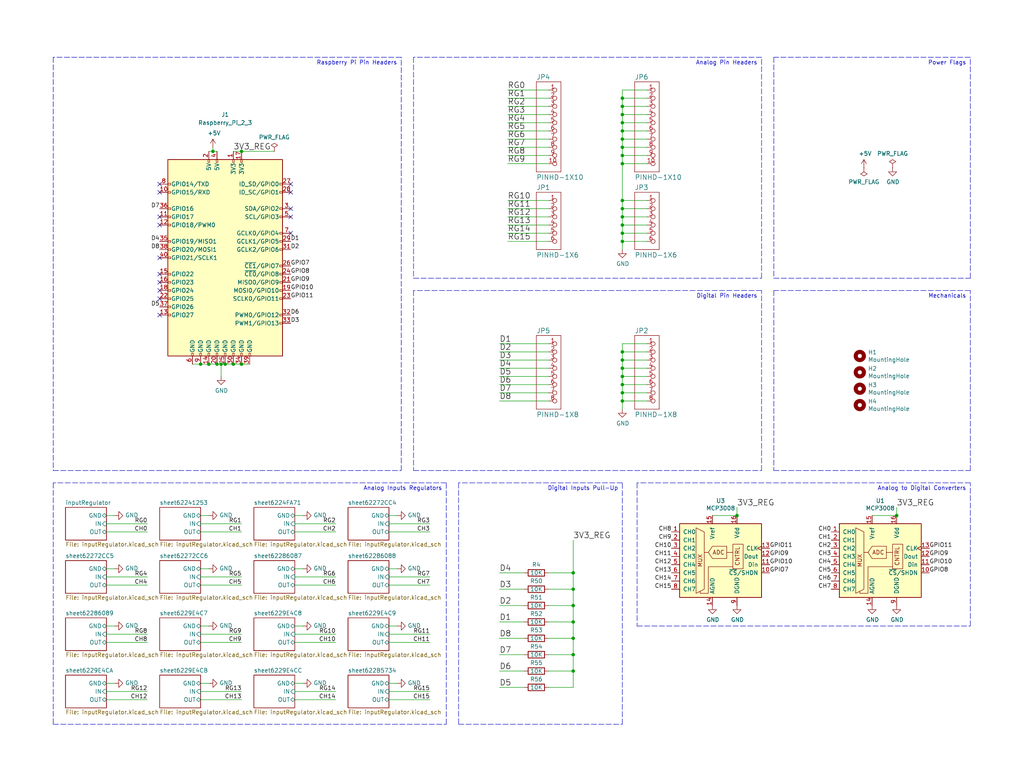
<source format=kicad_sch>
(kicad_sch (version 20230121) (generator eeschema)
  (paper "User" 317.627 242.138)
  (lib_symbols
    (symbol "Amplifier_Operational:LM324" (pin_names (offset 0.127))
      (property "Reference" "U" (at 0 5.08 0))
      (property "Value" "LM324" (at 0 -5.08 0))
      (symbol "LM324_1_1"
        (polyline (pts (xy -5.08 5.08) (xy 5.08 0) (xy -5.08 -5.08) (xy -5.08 5.08)) (stroke (width 0.254)) (fill (type background)))
        (pin output line (at 7.62 0 180) (length 2.54) (name "~") (number "1"))
        (pin input line (at -7.62 -2.54 0) (length 2.54) (name "-") (number "2"))
        (pin input line (at -7.62 2.54 0) (length 2.54) (name "+") (number "3"))
      )
      (symbol "LM324_2_1"
        (polyline (pts (xy -5.08 5.08) (xy 5.08 0) (xy -5.08 -5.08) (xy -5.08 5.08)) (stroke (width 0.254)) (fill (type background)))
        (pin input line (at -7.62 2.54 0) (length 2.54) (name "+") (number "5"))
        (pin input line (at -7.62 -2.54 0) (length 2.54) (name "-") (number "6"))
        (pin output line (at 7.62 0 180) (length 2.54) (name "~") (number "7"))
      )
      (symbol "LM324_3_1"
        (polyline (pts (xy -5.08 5.08) (xy 5.08 0) (xy -5.08 -5.08) (xy -5.08 5.08)) (stroke (width 0.254)) (fill (type background)))
        (pin input line (at -7.62 2.54 0) (length 2.54) (name "+") (number "10"))
        (pin output line (at 7.62 0 180) (length 2.54) (name "~") (number "8"))
        (pin input line (at -7.62 -2.54 0) (length 2.54) (name "-") (number "9"))
      )
      (symbol "LM324_4_1"
        (polyline (pts (xy -5.08 5.08) (xy 5.08 0) (xy -5.08 -5.08) (xy -5.08 5.08)) (stroke (width 0.254)) (fill (type background)))
        (pin input line (at -7.62 2.54 0) (length 2.54) (name "+") (number "12"))
        (pin input line (at -7.62 -2.54 0) (length 2.54) (name "-") (number "13"))
        (pin output line (at 7.62 0 180) (length 2.54) (name "~") (number "14"))
      )
      (symbol "LM324_5_1"
        (pin power_in line (at -2.54 -7.62 90) (length 3.81) (name "V-") (number "11"))
        (pin power_in line (at -2.54 7.62 270) (length 3.81) (name "V+") (number "4"))
      )
    )
    (symbol "Modular Shield:MCP3008" (pin_names (offset 1.016))
      (property "Reference" "U1" (at 0 17.2974 0))
      (property "Value" "MCP3008" (at 0 14.986 0))
      (symbol "MCP3008_0_0"
        (text "ADC" (at -0.635 1.27 0) (effects (font (size 1.27 1.27))))
        (text "CNTRL" (at 5.969 -2.921 900) (effects (font (size 1.27 1.27)) (justify left bottom)))
        (text "MUX" (at -6.35 -1.27 900) (effects (font (size 1.27 1.27))))
      )
      (symbol "MCP3008_0_1"
        (rectangle (start -12.7 10.16) (end 12.7 -12.7) (stroke (width 0.254)) (fill (type background)))
        (polyline (pts (xy -3.81 1.27) (xy -5.08 1.27)))
        (polyline (pts (xy 1.905 1.27) (xy 3.81 1.27)))
        (polyline (pts (xy -7.62 8.89) (xy -7.62 -11.43) (xy -5.08 -10.16) (xy -5.08 7.62) (xy -7.62 8.89)))
        (polyline (pts (xy 3.81 -3.175) (xy -3.81 -3.175) (xy -3.81 -11.43) (xy -6.35 -11.43) (xy -6.35 -10.795)))
        (polyline (pts (xy 1.905 3.175) (xy 1.905 -0.635) (xy -2.54 -0.635) (xy -3.81 1.27) (xy -2.54 3.175) (xy 1.905 3.175)))
        (rectangle (start 3.81 -3.81) (end 6.985 3.81))
      )
      (symbol "MCP3008_1_1"
        (pin input line (at -15.24 7.62 0) (length 2.54) (name "CH0") (number "1"))
        (pin input line (at 15.24 -5.08 180) (length 2.54) (name "~{CS}/SHDN") (number "10"))
        (pin input line (at 15.24 -2.54 180) (length 2.54) (name "Din") (number "11"))
        (pin bidirectional line (at 15.24 0 180) (length 2.54) (name "Dout") (number "12"))
        (pin input clock (at 15.24 2.54 180) (length 2.54) (name "CLK") (number "13"))
        (pin power_in line (at -2.54 -15.24 90) (length 2.54) (name "AGND") (number "14"))
        (pin power_in line (at -2.54 12.7 270) (length 2.54) (name "Vref") (number "15"))
        (pin power_in line (at 5.08 12.7 270) (length 2.54) (name "Vdd") (number "16"))
        (pin input line (at -15.24 5.08 0) (length 2.54) (name "CH1") (number "2"))
        (pin input line (at -15.24 2.54 0) (length 2.54) (name "CH2") (number "3"))
        (pin input line (at -15.24 0 0) (length 2.54) (name "CH3") (number "4"))
        (pin input line (at -15.24 -2.54 0) (length 2.54) (name "CH4") (number "5"))
        (pin input line (at -15.24 -5.08 0) (length 2.54) (name "CH5") (number "6"))
        (pin input line (at -15.24 -7.62 0) (length 2.54) (name "CH6") (number "7"))
        (pin input line (at -15.24 -10.16 0) (length 2.54) (name "CH7") (number "8"))
        (pin power_in line (at 5.08 -15.24 90) (length 2.54) (name "DGND") (number "9"))
      )
    )
    (symbol "Modular Shield:MountingHole" (pin_names (offset 1.016)) (in_bom no)
      (property "Reference" "H" (at 0 5.08 0))
      (property "Value" "MountingHole" (at 0 3.175 0))
      (symbol "MountingHole_0_1"
        (circle (center 0 0) (radius 1.27) (stroke (width 1.27)))
      )
    )
    (symbol "Modular Shield:PINHD-1X10" (pin_names (offset 1.016))
      (property "Reference" "JP" (at -6.35 13.335 0))
      (property "Value" "PINHD-1X10" (at -6.35 -17.78 0))
      (symbol "PINHD-1X10_1_0"
        (polyline (pts (xy -6.35 -15.24) (xy 1.27 -15.24)))
        (polyline (pts (xy -6.35 12.7) (xy -6.35 -15.24)))
        (polyline (pts (xy 1.27 -15.24) (xy 1.27 12.7)))
        (polyline (pts (xy 1.27 12.7) (xy -6.35 12.7)))
        (pin passive inverted (at -2.54 10.16 0) (length 2.54) (name "1") (number "1"))
        (pin passive inverted (at -2.54 -12.7 0) (length 2.54) (name "10") (number "10"))
        (pin passive inverted (at -2.54 7.62 0) (length 2.54) (name "2") (number "2"))
        (pin passive inverted (at -2.54 5.08 0) (length 2.54) (name "3") (number "3"))
        (pin passive inverted (at -2.54 2.54 0) (length 2.54) (name "4") (number "4"))
        (pin passive inverted (at -2.54 0 0) (length 2.54) (name "5") (number "5"))
        (pin passive inverted (at -2.54 -2.54 0) (length 2.54) (name "6") (number "6"))
        (pin passive inverted (at -2.54 -5.08 0) (length 2.54) (name "7") (number "7"))
        (pin passive inverted (at -2.54 -7.62 0) (length 2.54) (name "8") (number "8"))
        (pin passive inverted (at -2.54 -10.16 0) (length 2.54) (name "9") (number "9"))
      )
    )
    (symbol "Modular Shield:PINHD-1X6" (pin_names (offset 1.016))
      (property "Reference" "JP" (at -6.35 10.795 0))
      (property "Value" "PINHD-1X6" (at -6.35 -10.16 0))
      (symbol "PINHD-1X6_1_0"
        (polyline (pts (xy -6.35 -7.62) (xy 1.27 -7.62)))
        (polyline (pts (xy -6.35 10.16) (xy -6.35 -7.62)))
        (polyline (pts (xy 1.27 -7.62) (xy 1.27 10.16)))
        (polyline (pts (xy 1.27 10.16) (xy -6.35 10.16)))
        (pin passive inverted (at -2.54 7.62 0) (length 2.54) (name "1") (number "1"))
        (pin passive inverted (at -2.54 5.08 0) (length 2.54) (name "2") (number "2"))
        (pin passive inverted (at -2.54 2.54 0) (length 2.54) (name "3") (number "3"))
        (pin passive inverted (at -2.54 0 0) (length 2.54) (name "4") (number "4"))
        (pin passive inverted (at -2.54 -2.54 0) (length 2.54) (name "5") (number "5"))
        (pin passive inverted (at -2.54 -5.08 0) (length 2.54) (name "6") (number "6"))
      )
    )
    (symbol "Modular Shield:PINHD-1X8" (pin_names (offset 1.016))
      (property "Reference" "JP" (at -6.35 10.795 0))
      (property "Value" "PINHD-1X8" (at -6.35 -15.24 0))
      (symbol "PINHD-1X8_1_0"
        (polyline (pts (xy -6.35 -12.7) (xy 1.27 -12.7)))
        (polyline (pts (xy -6.35 10.16) (xy -6.35 -12.7)))
        (polyline (pts (xy 1.27 -12.7) (xy 1.27 10.16)))
        (polyline (pts (xy 1.27 10.16) (xy -6.35 10.16)))
        (pin passive inverted (at -2.54 7.62 0) (length 2.54) (name "1") (number "1"))
        (pin passive inverted (at -2.54 5.08 0) (length 2.54) (name "2") (number "2"))
        (pin passive inverted (at -2.54 2.54 0) (length 2.54) (name "3") (number "3"))
        (pin passive inverted (at -2.54 0 0) (length 2.54) (name "4") (number "4"))
        (pin passive inverted (at -2.54 -2.54 0) (length 2.54) (name "5") (number "5"))
        (pin passive inverted (at -2.54 -5.08 0) (length 2.54) (name "6") (number "6"))
        (pin passive inverted (at -2.54 -7.62 0) (length 2.54) (name "7") (number "7"))
        (pin passive inverted (at -2.54 -10.16 0) (length 2.54) (name "8") (number "8"))
      )
    )
    (symbol "Modular Shield:R" (pin_numbers hide) (pin_names (offset 0))
      (property "Reference" "R" (at 2.032 0 90))
      (property "Value" "R" (at 0 0 90))
      (symbol "R_0_1"
        (rectangle (start -1.016 -2.54) (end 1.016 2.54) (stroke (width 0.254)))
      )
      (symbol "R_1_1"
        (pin passive line (at 0 3.81 270) (length 1.27) (name "~") (number "1"))
        (pin passive line (at 0 -3.81 90) (length 1.27) (name "~") (number "2"))
      )
    )
    (symbol "Modular Shield:Raspberry_Pi_Header" (pin_names (offset 1.016))
      (property "Reference" "J" (at -17.78 31.75 0))
      (property "Value" "Raspberry_Pi_Header" (at 10.16 -31.75 0))
      (symbol "Raspberry_Pi_Header_0_1"
        (rectangle (start -17.78 30.48) (end 17.78 -30.48) (stroke (width 0.254)) (fill (type background)))
      )
      (symbol "Raspberry_Pi_Header_1_1"
        (rectangle (start -16.891 -17.526) (end -17.78 -18.034))
        (rectangle (start -16.891 -14.986) (end -17.78 -15.494))
        (rectangle (start -16.891 -12.446) (end -17.78 -12.954))
        (rectangle (start -16.891 -9.906) (end -17.78 -10.414))
        (rectangle (start -16.891 -7.366) (end -17.78 -7.874))
        (rectangle (start -16.891 -4.826) (end -17.78 -5.334))
        (rectangle (start -16.891 0.254) (end -17.78 -0.254))
        (rectangle (start -16.891 2.794) (end -17.78 2.286))
        (rectangle (start -16.891 5.334) (end -17.78 4.826))
        (rectangle (start -16.891 10.414) (end -17.78 9.906))
        (rectangle (start -16.891 12.954) (end -17.78 12.446))
        (rectangle (start -16.891 15.494) (end -17.78 14.986))
        (rectangle (start -16.891 20.574) (end -17.78 20.066))
        (rectangle (start -16.891 23.114) (end -17.78 22.606))
        (rectangle (start -10.414 -29.591) (end -9.906 -30.48))
        (rectangle (start -7.874 -29.591) (end -7.366 -30.48))
        (rectangle (start -5.334 -29.591) (end -4.826 -30.48))
        (rectangle (start -5.334 30.48) (end -4.826 29.591))
        (rectangle (start -2.794 -29.591) (end -2.286 -30.48))
        (rectangle (start -2.794 30.48) (end -2.286 29.591))
        (rectangle (start -0.254 -29.591) (end 0.254 -30.48))
        (rectangle (start 2.286 -29.591) (end 2.794 -30.48))
        (rectangle (start 2.286 30.48) (end 2.794 29.591))
        (rectangle (start 4.826 -29.591) (end 5.334 -30.48))
        (rectangle (start 4.826 30.48) (end 5.334 29.591))
        (rectangle (start 7.366 -29.591) (end 7.874 -30.48))
        (rectangle (start 17.78 -20.066) (end 16.891 -20.574))
        (rectangle (start 17.78 -17.526) (end 16.891 -18.034))
        (rectangle (start 17.78 -12.446) (end 16.891 -12.954))
        (rectangle (start 17.78 -9.906) (end 16.891 -10.414))
        (rectangle (start 17.78 -7.366) (end 16.891 -7.874))
        (rectangle (start 17.78 -4.826) (end 16.891 -5.334))
        (rectangle (start 17.78 -2.286) (end 16.891 -2.794))
        (rectangle (start 17.78 2.794) (end 16.891 2.286))
        (rectangle (start 17.78 5.334) (end 16.891 4.826))
        (rectangle (start 17.78 7.874) (end 16.891 7.366))
        (rectangle (start 17.78 12.954) (end 16.891 12.446))
        (rectangle (start 17.78 15.494) (end 16.891 14.986))
        (rectangle (start 17.78 20.574) (end 16.891 20.066))
        (rectangle (start 17.78 23.114) (end 16.891 22.606))
        (pin power_in line (at 2.54 33.02 270) (length 2.54) (name "3V3") (number "1"))
        (pin bidirectional line (at -20.32 20.32 0) (length 2.54) (name "GPIO15/RXD") (number "10"))
        (pin bidirectional line (at -20.32 12.7 0) (length 2.54) (name "GPIO17") (number "11"))
        (pin bidirectional line (at -20.32 10.16 0) (length 2.54) (name "GPIO18/PWM0") (number "12"))
        (pin bidirectional line (at -20.32 -17.78 0) (length 2.54) (name "GPIO27") (number "13"))
        (pin power_in line (at -5.08 -33.02 90) (length 2.54) (name "GND") (number "14"))
        (pin bidirectional line (at -20.32 -5.08 0) (length 2.54) (name "GPIO22") (number "15"))
        (pin bidirectional line (at -20.32 -7.62 0) (length 2.54) (name "GPIO23") (number "16"))
        (pin power_in line (at 5.08 33.02 270) (length 2.54) (name "3V3") (number "17"))
        (pin bidirectional line (at -20.32 -10.16 0) (length 2.54) (name "GPIO24") (number "18"))
        (pin bidirectional line (at 20.32 -10.16 180) (length 2.54) (name "MOSI0/GPIO10") (number "19"))
        (pin power_in line (at -5.08 33.02 270) (length 2.54) (name "5V") (number "2"))
        (pin power_in line (at -2.54 -33.02 90) (length 2.54) (name "GND") (number "20"))
        (pin bidirectional line (at 20.32 -7.62 180) (length 2.54) (name "MISO0/GPIO9") (number "21"))
        (pin bidirectional line (at -20.32 -12.7 0) (length 2.54) (name "GPIO25") (number "22"))
        (pin bidirectional line (at 20.32 -12.7 180) (length 2.54) (name "SCLK0/GPIO11") (number "23"))
        (pin bidirectional line (at 20.32 -5.08 180) (length 2.54) (name "~{CE0}/GPIO8") (number "24"))
        (pin power_in line (at 0 -33.02 90) (length 2.54) (name "GND") (number "25"))
        (pin bidirectional line (at 20.32 -2.54 180) (length 2.54) (name "~{CE1}/GPIO7") (number "26"))
        (pin bidirectional line (at 20.32 22.86 180) (length 2.54) (name "ID_SD/GPIO0") (number "27"))
        (pin bidirectional line (at 20.32 20.32 180) (length 2.54) (name "ID_SC/GPIO1") (number "28"))
        (pin bidirectional line (at 20.32 5.08 180) (length 2.54) (name "GCLK1/GPIO5") (number "29"))
        (pin bidirectional line (at 20.32 15.24 180) (length 2.54) (name "SDA/GPIO2") (number "3"))
        (pin power_in line (at 2.54 -33.02 90) (length 2.54) (name "GND") (number "30"))
        (pin bidirectional line (at 20.32 2.54 180) (length 2.54) (name "GCLK2/GPIO6") (number "31"))
        (pin bidirectional line (at 20.32 -17.78 180) (length 2.54) (name "PWM0/GPIO12") (number "32"))
        (pin bidirectional line (at 20.32 -20.32 180) (length 2.54) (name "PWM1/GPIO13") (number "33"))
        (pin power_in line (at 5.08 -33.02 90) (length 2.54) (name "GND") (number "34"))
        (pin bidirectional line (at -20.32 5.08 0) (length 2.54) (name "GPIO19/MISO1") (number "35"))
        (pin bidirectional line (at -20.32 15.24 0) (length 2.54) (name "GPIO16") (number "36"))
        (pin bidirectional line (at -20.32 -15.24 0) (length 2.54) (name "GPIO26") (number "37"))
        (pin bidirectional line (at -20.32 2.54 0) (length 2.54) (name "GPIO20/MOSI1") (number "38"))
        (pin power_in line (at 7.62 -33.02 90) (length 2.54) (name "GND") (number "39"))
        (pin power_in line (at -2.54 33.02 270) (length 2.54) (name "5V") (number "4"))
        (pin bidirectional line (at -20.32 0 0) (length 2.54) (name "GPIO21/SCLK1") (number "40"))
        (pin bidirectional line (at 20.32 12.7 180) (length 2.54) (name "SCL/GPIO3") (number "5"))
        (pin power_in line (at -10.16 -33.02 90) (length 2.54) (name "GND") (number "6"))
        (pin bidirectional line (at 20.32 7.62 180) (length 2.54) (name "GCLK0/GPIO4") (number "7"))
        (pin bidirectional line (at -20.32 22.86 0) (length 2.54) (name "GPIO14/TXD") (number "8"))
        (pin power_in line (at -7.62 -33.02 90) (length 2.54) (name "GND") (number "9"))
      )
    )
    (symbol "power:+5V" (power) (pin_names (offset 0))
      (property "Value" "+5V" (at 0 3.556 0))
      (symbol "+5V_0_1"
        (polyline (pts (xy -0.762 1.27) (xy 0 2.54)))
        (polyline (pts (xy 0 0) (xy 0 2.54)))
        (polyline (pts (xy 0 2.54) (xy 0.762 1.27)))
      )
      (symbol "+5V_1_1"
        (pin power_in line (at 0 0 90) (length 0) hide (name "+5V") (number "1"))
      )
    )
    (symbol "power:GND" (power) (pin_names (offset 0))
      (property "Value" "GND" (at 0 -3.81 0))
      (symbol "GND_0_1"
        (polyline (pts (xy 0 0) (xy 0 -1.27) (xy 1.27 -1.27) (xy 0 -2.54) (xy -1.27 -1.27) (xy 0 -1.27)))
      )
      (symbol "GND_1_1"
        (pin power_in line (at 0 0 270) (length 0) hide (name "GND") (number "1"))
      )
    )
    (symbol "power:PWR_FLAG" (power) (pin_numbers hide) (pin_names (offset 0) hide)
      (property "Value" "PWR_FLAG" (at 0 3.81 0))
      (symbol "PWR_FLAG_0_0"
        (pin power_out line (at 0 0 90) (length 0) (name "pwr") (number "1"))
      )
      (symbol "PWR_FLAG_0_1"
        (polyline (pts (xy 0 0) (xy 0 1.27) (xy -1.016 1.905) (xy 0 2.54) (xy 1.016 1.905) (xy 0 1.27)))
      )
    )
  )
  (junction (at 69.85 113.03))
  (junction (at 74.93 46.99))
  (junction (at 62.23 113.03))
  (junction (at 193.04 74.93))
  (junction (at 64.77 113.03))
  (junction (at 193.04 72.39))
  (junction (at 67.31 113.03))
  (junction (at 193.04 35.56))
  (junction (at 193.04 67.31))
  (junction (at 193.04 30.48))
  (junction (at 193.04 69.85))
  (junction (at 193.04 40.64))
  (junction (at 66.04 46.99))
  (junction (at 72.39 113.03))
  (junction (at 177.8 193.04))
  (junction (at 193.04 109.22))
  (junction (at 68.58 113.03))
  (junction (at 74.93 113.03))
  (junction (at 228.6 160.02))
  (junction (at 177.8 177.8))
  (junction (at 193.04 111.76))
  (junction (at 193.04 43.18))
  (junction (at 177.8 187.96))
  (junction (at 177.8 203.2))
  (junction (at 177.8 208.28))
  (junction (at 193.04 38.1))
  (junction (at 193.04 64.77))
  (junction (at 193.04 48.26))
  (junction (at 278.13 160.02))
  (junction (at 177.8 198.12))
  (junction (at 193.04 119.38))
  (junction (at 193.04 121.92))
  (junction (at 193.04 124.46))
  (junction (at 193.04 33.02))
  (junction (at 193.04 45.72))
  (junction (at 193.04 114.3))
  (junction (at 193.04 62.23))
  (junction (at 193.04 50.8))
  (junction (at 177.8 182.88))
  (junction (at 193.04 116.84))
  (no_connect (at 90.17 59.69))
  (no_connect (at 49.53 67.31))
  (no_connect (at 90.17 72.39))
  (no_connect (at 49.53 90.17))
  (no_connect (at 49.53 85.09))
  (no_connect (at 49.53 92.71))
  (no_connect (at 90.17 64.77))
  (no_connect (at 49.53 80.01))
  (no_connect (at 49.53 87.63))
  (no_connect (at 49.53 97.79))
  (no_connect (at 49.53 69.85))
  (no_connect (at 90.17 67.31))
  (no_connect (at 49.53 59.69))
  (no_connect (at 49.53 57.15))
  (no_connect (at 90.17 57.15))
  (wire (pts (xy 170.18 45.72) (xy 157.48 45.72)))
  (wire (pts (xy 67.31 113.03) (xy 64.77 113.03)))
  (wire (pts (xy 170.18 109.22) (xy 154.94 109.22)))
  (wire (pts (xy 200.66 69.85) (xy 193.04 69.85)))
  (polyline (pts (xy 240.03 146.05) (xy 300.99 146.05)) (stroke (width 0) (type dash)))
  (polyline (pts (xy 197.612 194.31) (xy 300.99 194.31)) (stroke (width 0) (type dash)))
  (polyline (pts (xy 128.27 86.36) (xy 236.22 86.36)) (stroke (width 0) (type dash)))
  (wire (pts (xy 193.04 106.68) (xy 193.04 109.22)))
  (wire (pts (xy 200.66 114.3) (xy 193.04 114.3)))
  (wire (pts (xy 91.44 217.17) (xy 104.14 217.17)))
  (wire (pts (xy 66.04 46.99) (xy 67.31 46.99)))
  (wire (pts (xy 193.04 72.39) (xy 193.04 69.85)))
  (wire (pts (xy 162.56 208.28) (xy 154.94 208.28)))
  (wire (pts (xy 162.56 182.88) (xy 154.94 182.88)))
  (wire (pts (xy 200.66 27.94) (xy 193.04 27.94)))
  (wire (pts (xy 193.04 116.84) (xy 193.04 119.38)))
  (polyline (pts (xy 240.03 17.78) (xy 240.03 86.36)) (stroke (width 0) (type dash)))
  (wire (pts (xy 193.04 67.31) (xy 193.04 64.77)))
  (wire (pts (xy 193.04 43.18) (xy 193.04 40.64)))
  (wire (pts (xy 177.8 198.12) (xy 177.8 203.2)))
  (wire (pts (xy 170.18 35.56) (xy 157.48 35.56)))
  (wire (pts (xy 120.65 165.1) (xy 133.35 165.1)))
  (wire (pts (xy 170.18 69.85) (xy 157.48 69.85)))
  (wire (pts (xy 170.18 38.1) (xy 157.48 38.1)))
  (wire (pts (xy 120.65 217.17) (xy 133.35 217.17)))
  (polyline (pts (xy 124.46 146.05) (xy 124.46 17.78)) (stroke (width 0) (type dash)))
  (wire (pts (xy 177.8 182.88) (xy 177.8 187.96)))
  (polyline (pts (xy 197.612 149.86) (xy 197.612 194.31)) (stroke (width 0) (type dash)))
  (wire (pts (xy 200.66 30.48) (xy 193.04 30.48)))
  (wire (pts (xy 33.02 162.56) (xy 45.72 162.56)))
  (wire (pts (xy 162.56 177.8) (xy 154.94 177.8)))
  (polyline (pts (xy 300.99 149.86) (xy 197.612 149.86)) (stroke (width 0) (type dash)))
  (wire (pts (xy 200.66 45.72) (xy 193.04 45.72)))
  (wire (pts (xy 170.18 203.2) (xy 177.8 203.2)))
  (wire (pts (xy 93.98 176.53) (xy 91.44 176.53)))
  (polyline (pts (xy 236.22 90.17) (xy 128.27 90.17)) (stroke (width 0) (type dash)))
  (polyline (pts (xy 128.27 17.78) (xy 128.27 86.36)) (stroke (width 0) (type dash)))
  (wire (pts (xy 120.65 179.07) (xy 133.35 179.07)))
  (wire (pts (xy 33.02 199.39) (xy 45.72 199.39)))
  (wire (pts (xy 64.77 160.02) (xy 62.23 160.02)))
  (wire (pts (xy 72.39 113.03) (xy 69.85 113.03)))
  (wire (pts (xy 62.23 196.85) (xy 74.93 196.85)))
  (wire (pts (xy 72.39 46.99) (xy 74.93 46.99)))
  (wire (pts (xy 193.04 124.46) (xy 193.04 127)))
  (polyline (pts (xy 16.51 149.86) (xy 16.51 224.79)) (stroke (width 0) (type dash)))
  (wire (pts (xy 123.19 212.09) (xy 120.65 212.09)))
  (polyline (pts (xy 16.51 17.78) (xy 16.51 146.05)) (stroke (width 0) (type dash)))
  (wire (pts (xy 193.04 114.3) (xy 193.04 116.84)))
  (wire (pts (xy 200.66 40.64) (xy 193.04 40.64)))
  (polyline (pts (xy 142.24 149.86) (xy 142.24 224.79)) (stroke (width 0) (type dash)))
  (wire (pts (xy 200.66 50.8) (xy 193.04 50.8)))
  (wire (pts (xy 64.77 212.09) (xy 62.23 212.09)))
  (wire (pts (xy 200.66 74.93) (xy 193.04 74.93)))
  (wire (pts (xy 162.56 203.2) (xy 154.94 203.2)))
  (wire (pts (xy 170.18 177.8) (xy 177.8 177.8)))
  (wire (pts (xy 200.66 38.1) (xy 193.04 38.1)))
  (wire (pts (xy 177.8 203.2) (xy 177.8 208.28)))
  (wire (pts (xy 193.04 74.93) (xy 193.04 72.39)))
  (wire (pts (xy 170.18 114.3) (xy 154.94 114.3)))
  (wire (pts (xy 33.02 181.61) (xy 45.72 181.61)))
  (wire (pts (xy 200.66 64.77) (xy 193.04 64.77)))
  (wire (pts (xy 200.66 116.84) (xy 193.04 116.84)))
  (polyline (pts (xy 138.43 224.79) (xy 138.43 149.86)) (stroke (width 0) (type dash)))
  (wire (pts (xy 64.77 113.03) (xy 62.23 113.03)))
  (wire (pts (xy 170.18 33.02) (xy 157.48 33.02)))
  (wire (pts (xy 120.65 162.56) (xy 133.35 162.56)))
  (wire (pts (xy 193.04 45.72) (xy 193.04 43.18)))
  (wire (pts (xy 123.19 194.31) (xy 120.65 194.31)))
  (wire (pts (xy 170.18 187.96) (xy 177.8 187.96)))
  (wire (pts (xy 170.18 74.93) (xy 157.48 74.93)))
  (wire (pts (xy 278.13 160.02) (xy 278.13 157.48)))
  (wire (pts (xy 193.04 69.85) (xy 193.04 67.31)))
  (polyline (pts (xy 300.99 146.05) (xy 300.99 90.17)) (stroke (width 0) (type dash)))
  (wire (pts (xy 91.44 181.61) (xy 104.14 181.61)))
  (wire (pts (xy 193.04 35.56) (xy 193.04 33.02)))
  (polyline (pts (xy 193.04 224.79) (xy 193.04 149.86)) (stroke (width 0) (type dash)))
  (wire (pts (xy 170.18 121.92) (xy 154.94 121.92)))
  (polyline (pts (xy 300.99 86.36) (xy 300.99 17.78)) (stroke (width 0) (type dash)))
  (wire (pts (xy 193.04 64.77) (xy 193.04 62.23)))
  (polyline (pts (xy 193.04 149.86) (xy 142.24 149.86)) (stroke (width 0) (type dash)))
  (wire (pts (xy 69.85 113.03) (xy 68.58 113.03)))
  (wire (pts (xy 193.04 50.8) (xy 193.04 62.23)))
  (wire (pts (xy 170.18 208.28) (xy 177.8 208.28)))
  (polyline (pts (xy 300.99 90.17) (xy 240.03 90.17)) (stroke (width 0) (type dash)))
  (wire (pts (xy 177.8 208.28) (xy 177.8 213.36)))
  (polyline (pts (xy 236.22 146.05) (xy 236.22 90.17)) (stroke (width 0) (type dash)))
  (polyline (pts (xy 138.43 149.86) (xy 16.51 149.86)) (stroke (width 0) (type dash)))
  (polyline (pts (xy 16.51 146.05) (xy 124.46 146.05)) (stroke (width 0) (type dash)))
  (wire (pts (xy 62.23 181.61) (xy 74.93 181.61)))
  (polyline (pts (xy 16.51 224.79) (xy 138.43 224.79)) (stroke (width 0) (type dash)))
  (wire (pts (xy 170.18 43.18) (xy 157.48 43.18)))
  (wire (pts (xy 170.18 198.12) (xy 177.8 198.12)))
  (wire (pts (xy 177.8 187.96) (xy 177.8 193.04)))
  (wire (pts (xy 33.02 214.63) (xy 45.72 214.63)))
  (wire (pts (xy 200.66 35.56) (xy 193.04 35.56)))
  (wire (pts (xy 93.98 160.02) (xy 91.44 160.02)))
  (wire (pts (xy 170.18 106.68) (xy 154.94 106.68)))
  (wire (pts (xy 35.56 194.31) (xy 33.02 194.31)))
  (wire (pts (xy 62.23 179.07) (xy 74.93 179.07)))
  (wire (pts (xy 193.04 30.48) (xy 193.04 27.94)))
  (wire (pts (xy 35.56 160.02) (xy 33.02 160.02)))
  (wire (pts (xy 170.18 116.84) (xy 154.94 116.84)))
  (wire (pts (xy 123.19 176.53) (xy 120.65 176.53)))
  (wire (pts (xy 162.56 213.36) (xy 154.94 213.36)))
  (wire (pts (xy 193.04 33.02) (xy 193.04 30.48)))
  (wire (pts (xy 66.04 45.72) (xy 66.04 46.99)))
  (wire (pts (xy 170.18 64.77) (xy 157.48 64.77)))
  (wire (pts (xy 170.18 48.26) (xy 157.48 48.26)))
  (wire (pts (xy 200.66 124.46) (xy 193.04 124.46)))
  (wire (pts (xy 170.18 124.46) (xy 154.94 124.46)))
  (wire (pts (xy 200.66 33.02) (xy 193.04 33.02)))
  (wire (pts (xy 170.18 72.39) (xy 157.48 72.39)))
  (wire (pts (xy 162.56 193.04) (xy 154.94 193.04)))
  (polyline (pts (xy 128.27 146.05) (xy 236.22 146.05)) (stroke (width 0) (type dash)))
  (wire (pts (xy 170.18 182.88) (xy 177.8 182.88)))
  (wire (pts (xy 162.56 187.96) (xy 154.94 187.96)))
  (wire (pts (xy 177.8 177.8) (xy 177.8 167.64)))
  (wire (pts (xy 93.98 212.09) (xy 91.44 212.09)))
  (wire (pts (xy 91.44 214.63) (xy 104.14 214.63)))
  (wire (pts (xy 193.04 121.92) (xy 193.04 124.46)))
  (wire (pts (xy 62.23 217.17) (xy 74.93 217.17)))
  (wire (pts (xy 123.19 160.02) (xy 120.65 160.02)))
  (wire (pts (xy 193.04 38.1) (xy 193.04 35.56)))
  (wire (pts (xy 170.18 27.94) (xy 157.48 27.94)))
  (wire (pts (xy 177.8 213.36) (xy 170.18 213.36)))
  (polyline (pts (xy 240.03 90.17) (xy 240.03 146.05)) (stroke (width 0) (type dash)))
  (wire (pts (xy 170.18 50.8) (xy 157.48 50.8)))
  (wire (pts (xy 33.02 179.07) (xy 45.72 179.07)))
  (wire (pts (xy 74.93 113.03) (xy 72.39 113.03)))
  (wire (pts (xy 91.44 162.56) (xy 104.14 162.56)))
  (wire (pts (xy 200.66 121.92) (xy 193.04 121.92)))
  (wire (pts (xy 270.51 160.02) (xy 278.13 160.02)))
  (wire (pts (xy 200.66 119.38) (xy 193.04 119.38)))
  (wire (pts (xy 91.44 179.07) (xy 104.14 179.07)))
  (wire (pts (xy 170.18 193.04) (xy 177.8 193.04)))
  (polyline (pts (xy 124.46 17.78) (xy 16.51 17.78)) (stroke (width 0) (type dash)))
  (wire (pts (xy 35.56 176.53) (xy 33.02 176.53)))
  (wire (pts (xy 68.58 113.03) (xy 67.31 113.03)))
  (wire (pts (xy 170.18 119.38) (xy 154.94 119.38)))
  (wire (pts (xy 91.44 196.85) (xy 104.14 196.85)))
  (wire (pts (xy 220.98 160.02) (xy 228.6 160.02)))
  (wire (pts (xy 193.04 48.26) (xy 193.04 45.72)))
  (polyline (pts (xy 300.99 17.78) (xy 240.03 17.78)) (stroke (width 0) (type dash)))
  (wire (pts (xy 177.8 193.04) (xy 177.8 198.12)))
  (wire (pts (xy 91.44 165.1) (xy 104.14 165.1)))
  (polyline (pts (xy 236.22 86.36) (xy 236.22 17.78)) (stroke (width 0) (type dash)))
  (wire (pts (xy 68.58 116.84) (xy 68.58 113.03)))
  (wire (pts (xy 35.56 212.09) (xy 33.02 212.09)))
  (wire (pts (xy 64.77 194.31) (xy 62.23 194.31)))
  (wire (pts (xy 193.04 74.93) (xy 193.04 77.47)))
  (wire (pts (xy 193.04 111.76) (xy 193.04 114.3)))
  (wire (pts (xy 62.23 214.63) (xy 74.93 214.63)))
  (wire (pts (xy 177.8 177.8) (xy 177.8 182.88)))
  (wire (pts (xy 62.23 162.56) (xy 74.93 162.56)))
  (wire (pts (xy 170.18 67.31) (xy 157.48 67.31)))
  (wire (pts (xy 200.66 67.31) (xy 193.04 67.31)))
  (wire (pts (xy 120.65 196.85) (xy 133.35 196.85)))
  (wire (pts (xy 170.18 62.23) (xy 157.48 62.23)))
  (wire (pts (xy 62.23 199.39) (xy 74.93 199.39)))
  (wire (pts (xy 200.66 72.39) (xy 193.04 72.39)))
  (wire (pts (xy 193.04 119.38) (xy 193.04 121.92)))
  (wire (pts (xy 64.77 176.53) (xy 62.23 176.53)))
  (wire (pts (xy 93.98 194.31) (xy 91.44 194.31)))
  (wire (pts (xy 62.23 113.03) (xy 59.69 113.03)))
  (wire (pts (xy 62.23 165.1) (xy 74.93 165.1)))
  (wire (pts (xy 200.66 62.23) (xy 193.04 62.23)))
  (wire (pts (xy 77.47 113.03) (xy 74.93 113.03)))
  (wire (pts (xy 120.65 181.61) (xy 133.35 181.61)))
  (wire (pts (xy 200.66 111.76) (xy 193.04 111.76)))
  (wire (pts (xy 33.02 217.17) (xy 45.72 217.17)))
  (wire (pts (xy 200.66 48.26) (xy 193.04 48.26)))
  (wire (pts (xy 170.18 40.64) (xy 157.48 40.64)))
  (wire (pts (xy 33.02 165.1) (xy 45.72 165.1)))
  (wire (pts (xy 120.65 199.39) (xy 133.35 199.39)))
  (polyline (pts (xy 142.24 224.79) (xy 193.04 224.79)) (stroke (width 0) (type dash)))
  (polyline (pts (xy 236.22 17.78) (xy 128.27 17.78)) (stroke (width 0) (type dash)))
  (wire (pts (xy 200.66 109.22) (xy 193.04 109.22)))
  (wire (pts (xy 91.44 199.39) (xy 104.14 199.39)))
  (wire (pts (xy 200.66 106.68) (xy 193.04 106.68)))
  (wire (pts (xy 228.6 160.02) (xy 228.6 157.48)))
  (polyline (pts (xy 240.03 86.36) (xy 300.99 86.36)) (stroke (width 0) (type dash)))
  (wire (pts (xy 74.93 46.99) (xy 85.09 46.99)))
  (wire (pts (xy 170.18 111.76) (xy 154.94 111.76)))
  (wire (pts (xy 64.77 46.99) (xy 66.04 46.99)))
  (wire (pts (xy 193.04 109.22) (xy 193.04 111.76)))
  (wire (pts (xy 170.18 30.48) (xy 157.48 30.48)))
  (wire (pts (xy 120.65 214.63) (xy 133.35 214.63)))
  (polyline (pts (xy 300.99 194.31) (xy 300.99 149.86)) (stroke (width 0) (type dash)))
  (wire (pts (xy 33.02 196.85) (xy 45.72 196.85)))
  (wire (pts (xy 162.56 198.12) (xy 154.94 198.12)))
  (wire (pts (xy 200.66 43.18) (xy 193.04 43.18)))
  (polyline (pts (xy 128.27 90.17) (xy 128.27 146.05)) (stroke (width 0) (type dash)))
  (wire (pts (xy 193.04 50.8) (xy 193.04 48.26)))
  (wire (pts (xy 193.04 40.64) (xy 193.04 38.1)))
  (text "Digital Inputs Pull-Up" (at 191.77 152.4 0) (effects (font (size 1.27 1.27)) (justify right bottom)))
  (text "Raspberry Pi Pin Headers" (at 123.19 20.32 0) (effects (font (size 1.27 1.27)) (justify right bottom)))
  (text "Mechanicals" (at 299.72 92.71 0) (effects (font (size 1.27 1.27)) (justify right bottom)))
  (text "Analog Inputs Regulators" (at 137.16 152.4 0) (effects (font (size 1.27 1.27)) (justify right bottom)))
  (text "Digital Pin Headers" (at 234.95 92.71 0) (effects (font (size 1.27 1.27)) (justify right bottom)))
  (text "Analog Pin Headers" (at 234.95 20.32 0) (effects (font (size 1.27 1.27)) (justify right bottom)))
  (text "Analog to Digital Converters" (at 299.72 152.4 0) (effects (font (size 1.27 1.27)) (justify right bottom)))
  (text "Power Flags" (at 299.72 20.32 0) (effects (font (size 1.27 1.27)) (justify right bottom)))
  (label "D2" (at 154.94 109.22 0) (effects (font (size 1.778 1.778))))
  (label "CH12" (at 208.28 175.26 180))
  (label "RG11" (at 157.48 64.77 0) (effects (font (size 1.778 1.778))))
  (label "D6" (at 154.94 208.28 0) (effects (font (size 1.778 1.778))))
  (label "RG14" (at 157.48 72.39 0) (effects (font (size 1.778 1.778))))
  (label "CH15" (at 208.28 182.88 180))
  (label "RG10" (at 157.48 62.23 0) (effects (font (size 1.778 1.778))))
  (label "CH14" (at 208.28 180.34 180))
  (label "GPIO7" (at 238.76 177.8 0))
  (label "GPIO8" (at 90.17 85.09 0))
  (label "3V3_REG" (at 228.6 157.48 0) (effects (font (size 1.778 1.778))))
  (label "RG4" (at 157.48 38.1 0) (effects (font (size 1.778 1.778))))
  (label "CH9" (at 74.93 199.39 180))
  (label "D4" (at 49.53 74.93 180))
  (label "RG6" (at 104.14 179.07 180))
  (label "RG0" (at 157.48 27.94 0) (effects (font (size 1.778 1.778))))
  (label "CH13" (at 74.93 217.17 180))
  (label "D4" (at 154.94 114.3 0) (effects (font (size 1.778 1.778))))
  (label "D7" (at 49.53 64.77 180))
  (label "GPIO11" (at 90.17 92.71 0))
  (label "RG11" (at 133.35 196.85 180))
  (label "RG5" (at 157.48 40.64 0) (effects (font (size 1.778 1.778))))
  (label "GPIO9" (at 238.76 172.72 0))
  (label "GPIO11" (at 238.76 170.18 0))
  (label "CH7" (at 257.81 182.88 180))
  (label "RG9" (at 74.93 196.85 180))
  (label "CH0" (at 45.72 165.1 180))
  (label "RG3" (at 133.35 162.56 180))
  (label "GPIO11" (at 288.29 170.18 0))
  (label "RG15" (at 157.48 74.93 0) (effects (font (size 1.778 1.778))))
  (label "CH10" (at 208.28 170.18 180))
  (label "GPIO9" (at 90.17 87.63 0))
  (label "CH1" (at 74.93 165.1 180))
  (label "CH2" (at 104.14 165.1 180))
  (label "RG8" (at 45.72 196.85 180))
  (label "D3" (at 154.94 111.76 0) (effects (font (size 1.778 1.778))))
  (label "D1" (at 154.94 193.04 0) (effects (font (size 1.778 1.778))))
  (label "CH4" (at 45.72 181.61 180))
  (label "D2" (at 154.94 187.96 0) (effects (font (size 1.778 1.778))))
  (label "RG13" (at 74.93 214.63 180))
  (label "CH8" (at 208.28 165.1 180))
  (label "D4" (at 154.94 177.8 0) (effects (font (size 1.778 1.778))))
  (label "RG7" (at 133.35 179.07 180))
  (label "D8" (at 49.53 77.47 180))
  (label "D3" (at 154.94 182.88 0) (effects (font (size 1.778 1.778))))
  (label "D5" (at 49.53 95.25 180))
  (label "CH5" (at 257.81 177.8 180))
  (label "RG6" (at 157.48 43.18 0) (effects (font (size 1.778 1.778))))
  (label "CH15" (at 133.35 217.17 180))
  (label "GPIO8" (at 288.29 177.8 0))
  (label "RG1" (at 157.48 30.48 0) (effects (font (size 1.778 1.778))))
  (label "RG2" (at 157.48 33.02 0) (effects (font (size 1.778 1.778))))
  (label "RG15" (at 133.35 214.63 180))
  (label "D5" (at 154.94 116.84 0) (effects (font (size 1.778 1.778))))
  (label "CH12" (at 45.72 217.17 180))
  (label "D8" (at 154.94 198.12 0) (effects (font (size 1.778 1.778))))
  (label "D8" (at 154.94 124.46 0) (effects (font (size 1.778 1.778))))
  (label "RG1" (at 74.93 162.56 180))
  (label "CH3" (at 133.35 165.1 180))
  (label "D1" (at 90.17 74.93 0))
  (label "RG10" (at 104.14 196.85 180))
  (label "D3" (at 90.17 100.33 0))
  (label "CH10" (at 104.14 199.39 180))
  (label "CH6" (at 104.14 181.61 180))
  (label "RG14" (at 104.14 214.63 180))
  (label "3V3_REG" (at 72.39 46.99 0) (effects (font (size 1.778 1.778))))
  (label "GPIO10" (at 238.76 175.26 0))
  (label "CH7" (at 133.35 181.61 180))
  (label "CH3" (at 257.81 172.72 180))
  (label "GPIO10" (at 90.17 90.17 0))
  (label "RG12" (at 45.72 214.63 180))
  (label "CH1" (at 257.81 167.64 180))
  (label "RG2" (at 104.14 162.56 180))
  (label "GPIO9" (at 288.29 172.72 0))
  (label "GPIO7" (at 90.17 82.55 0))
  (label "D7" (at 154.94 121.92 0) (effects (font (size 1.778 1.778))))
  (label "RG13" (at 157.48 69.85 0) (effects (font (size 1.778 1.778))))
  (label "RG3" (at 157.48 35.56 0) (effects (font (size 1.778 1.778))))
  (label "CH2" (at 257.81 170.18 180))
  (label "CH13" (at 208.28 177.8 180))
  (label "CH0" (at 257.81 165.1 180))
  (label "CH14" (at 104.14 217.17 180))
  (label "CH11" (at 208.28 172.72 180))
  (label "RG9" (at 157.48 50.8 0) (effects (font (size 1.778 1.778))))
  (label "D7" (at 154.94 203.2 0) (effects (font (size 1.778 1.778))))
  (label "D1" (at 154.94 106.68 0) (effects (font (size 1.778 1.778))))
  (label "RG12" (at 157.48 67.31 0) (effects (font (size 1.778 1.778))))
  (label "CH8" (at 45.72 199.39 180))
  (label "3V3_REG" (at 177.8 167.64 0) (effects (font (size 1.778 1.778))))
  (label "RG4" (at 45.72 179.07 180))
  (label "3V3_REG" (at 278.13 157.48 0) (effects (font (size 1.778 1.778))))
  (label "RG8" (at 157.48 48.26 0) (effects (font (size 1.778 1.778))))
  (label "CH11" (at 133.35 199.39 180))
  (label "D5" (at 154.94 213.36 0) (effects (font (size 1.778 1.778))))
  (label "CH5" (at 74.93 181.61 180))
  (label "CH4" (at 257.81 175.26 180))
  (label "RG7" (at 157.48 45.72 0) (effects (font (size 1.778 1.778))))
  (label "D6" (at 154.94 119.38 0) (effects (font (size 1.778 1.778))))
  (label "D6" (at 90.17 97.79 0))
  (label "D2" (at 90.17 77.47 0))
  (label "GPIO10" (at 288.29 175.26 0))
  (label "RG0" (at 45.72 162.56 180))
  (label "RG5" (at 74.93 179.07 180))
  (label "CH6" (at 257.81 180.34 180))
  (label "CH9" (at 208.28 167.64 180))
  (symbol (lib_id "Modular Shield:PINHD-1X10") (at 172.72 38.1 0) (unit 1) (in_bom no)
    (property "Reference" "JP4" (at 166.37 24.765 0) (effects (font (size 1.4986 1.4986)) (justify left bottom)))
    (property "Value" "PINHD-1X10" (at 166.37 55.88 0) (effects (font (size 1.4986 1.4986)) (justify left bottom)))
    (property "Footprint" "Modular Shield:1X10-BIG" (effects hide))
  )
  (symbol (lib_id "Modular Shield:PINHD-1X6") (at 203.2 69.85 0) (unit 1) (in_bom no)
    (property "Reference" "JP3" (at 196.85 59.055 0) (effects (font (size 1.4986 1.4986)) (justify left bottom)))
    (property "Value" "PINHD-1X6" (at 196.85 80.01 0) (effects (font (size 1.4986 1.4986)) (justify left bottom)))
    (property "Footprint" "Modular Shield:1X06-BIG" (effects hide))
  )
  (symbol (lib_id "Modular Shield:MountingHole") (at 266.7 110.49 0) (unit 1) (in_bom no)
    (property "Reference" "H1" (at 269.24 109.3216 0) (effects (justify left)))
    (property "Value" "MountingHole" (at 269.24 111.633 0) (effects (justify left)))
    (property "Footprint" "Modular Shield:MountingHole_2.7mm_M2.5" (effects hide))
  )
  (symbol (lib_id "Modular Shield:MountingHole") (at 266.7 115.57 0) (unit 1) (in_bom no)
    (property "Reference" "H2" (at 269.24 114.4016 0) (effects (justify left)))
    (property "Value" "MountingHole" (at 269.24 116.713 0) (effects (justify left)))
    (property "Footprint" "Modular Shield:MountingHole_2.7mm_M2.5" (effects hide))
  )
  (symbol (lib_id "Modular Shield:MountingHole") (at 266.7 120.65 0) (unit 1) (in_bom no)
    (property "Reference" "H3" (at 269.24 119.4816 0) (effects (justify left)))
    (property "Value" "MountingHole" (at 269.24 121.793 0) (effects (justify left)))
    (property "Footprint" "Modular Shield:MountingHole_2.7mm_M2.5" (effects hide))
  )
  (symbol (lib_id "Modular Shield:MountingHole") (at 266.7 125.73 0) (unit 1) (in_bom no)
    (property "Reference" "H4" (at 269.24 124.5616 0) (effects (justify left)))
    (property "Value" "MountingHole" (at 269.24 126.873 0) (effects (justify left)))
    (property "Footprint" "Modular Shield:MountingHole_2.7mm_M2.5" (effects hide))
  )
  (symbol (lib_id "Modular Shield:R") (at 166.37 177.8 90) (unit 1)
    (property "Reference" "R4" (at 166.37 175.26 90))
    (property "Value" "10K" (at 166.37 177.8 90))
    (property "Footprint" "Modular Shield:R_0603_1608Metric" (effects hide))
    (property "LCSC" "C25804" (effects hide))
  )
  (symbol (lib_id "Modular Shield:R") (at 166.37 182.88 90) (unit 1)
    (property "Reference" "R50" (at 166.37 180.34 90))
    (property "Value" "10K" (at 166.37 182.88 90))
    (property "Footprint" "Modular Shield:R_0603_1608Metric" (effects hide))
    (property "LCSC" "C25804" (effects hide))
  )
  (symbol (lib_id "Modular Shield:R") (at 166.37 187.96 90) (unit 1)
    (property "Reference" "R51" (at 166.37 185.42 90))
    (property "Value" "10K" (at 166.37 187.96 90))
    (property "Footprint" "Modular Shield:R_0603_1608Metric" (effects hide))
    (property "LCSC" "C25804" (effects hide))
  )
  (symbol (lib_id "Modular Shield:R") (at 166.37 193.04 90) (unit 1)
    (property "Reference" "R52" (at 166.37 190.5 90))
    (property "Value" "10K" (at 166.37 193.04 90))
    (property "Footprint" "Modular Shield:R_0603_1608Metric" (effects hide))
    (property "LCSC" "C25804" (effects hide))
  )
  (symbol (lib_id "Modular Shield:R") (at 166.37 198.12 90) (unit 1)
    (property "Reference" "R53" (at 166.37 195.58 90))
    (property "Value" "10K" (at 166.37 198.12 90))
    (property "Footprint" "Modular Shield:R_0603_1608Metric" (effects hide))
    (property "LCSC" "C25804" (effects hide))
  )
  (symbol (lib_id "Modular Shield:R") (at 166.37 203.2 90) (unit 1)
    (property "Reference" "R54" (at 166.37 200.66 90))
    (property "Value" "10K" (at 166.37 203.2 90))
    (property "Footprint" "Modular Shield:R_0603_1608Metric" (effects hide))
    (property "LCSC" "C25804" (effects hide))
  )
  (symbol (lib_id "Modular Shield:R") (at 166.37 208.28 90) (unit 1)
    (property "Reference" "R55" (at 166.37 205.74 90))
    (property "Value" "10K" (at 166.37 208.28 90))
    (property "Footprint" "Modular Shield:R_0603_1608Metric" (effects hide))
    (property "LCSC" "C25804" (effects hide))
  )
  (symbol (lib_id "Modular Shield:MCP3008") (at 273.05 172.72 0) (unit 1)
    (property "Reference" "U1" (at 273.05 155.4226 0))
    (property "Value" "MCP3008" (at 273.05 157.734 0))
    (property "Footprint" "Modular Shield:MCP3008 SOIC16" (effects hide))
    (property "Datasheet" "http://ww1.microchip.com/downloads/en/DeviceDoc/21295d.pdf" (effects hide))
    (property "LCSC" "C1520159" (effects hide))
    (property "JLCPCB Rotation Offset" "270" (effects hide))
    (property "JLCPCB Position Offset" "0.65, 0" (effects hide))
  )
  (symbol (lib_id "Modular Shield:R") (at 166.37 213.36 90) (unit 1)
    (property "Reference" "R56" (at 166.37 210.82 90))
    (property "Value" "10K" (at 166.37 213.36 90))
    (property "Footprint" "Modular Shield:R_0603_1608Metric" (effects hide))
    (property "LCSC" "C25804" (effects hide))
  )
  (symbol (lib_id "power:GND") (at 278.13 187.96 0) (unit 1)
    (property "Reference" "#PWR0130" (effects hide))
    (property "Value" "GND" (at 278.257 192.3542 0))
  )
  (symbol (lib_id "power:GND") (at 270.51 187.96 0) (unit 1)
    (property "Reference" "#PWR0131" (effects hide))
    (property "Value" "GND" (at 270.637 192.3542 0))
  )
  (symbol (lib_id "power:PWR_FLAG") (at 85.09 46.99 0) (unit 1)
    (property "Reference" "#FLG0103" (effects hide))
    (property "Value" "PWR_FLAG" (at 85.09 42.5958 0))
  )
  (symbol (lib_id "Modular Shield:MCP3008") (at 223.52 172.72 0) (unit 1)
    (property "Reference" "U3" (at 223.52 155.4226 0))
    (property "Value" "MCP3008" (at 223.52 157.734 0))
    (property "Footprint" "Modular Shield:MCP3008 SOIC16" (effects hide))
    (property "Datasheet" "http://ww1.microchip.com/downloads/en/DeviceDoc/21295d.pdf" (effects hide))
    (property "LCSC" "C1520159" (effects hide))
    (property "JLCPCB Rotation Offset" "270" (effects hide))
    (property "JLCPCB Position Offset" "0.65, 0" (effects hide))
  )
  (symbol (lib_id "power:GND") (at 228.6 187.96 0) (unit 1)
    (property "Reference" "#PWR02" (effects hide))
    (property "Value" "GND" (at 228.727 192.3542 0))
  )
  (symbol (lib_id "power:GND") (at 220.98 187.96 0) (unit 1)
    (property "Reference" "#PWR01" (effects hide))
    (property "Value" "GND" (at 221.107 192.3542 0))
  )
  (symbol (lib_id "Modular Shield:Raspberry_Pi_Header") (at 69.85 80.01 0) (unit 1) (in_bom no)
    (property "Reference" "J1" (at 69.85 35.56 0))
    (property "Value" "Raspberry_Pi_2_3" (at 69.85 38.1 0))
    (property "Footprint" "Modular Shield:PIN_20X2" (effects hide))
    (property "Datasheet" "https://www.raspberrypi.org/documentation/hardware/raspberrypi/schematics/rpi_SCH_3bplus_1p0_reduced.pdf" (effects hide))
  )
  (symbol (lib_id "power:GND") (at 68.58 116.84 0) (unit 1)
    (property "Reference" "#PWR04" (effects hide))
    (property "Value" "GND" (at 68.707 121.2342 0))
  )
  (symbol (lib_id "power:GND") (at 35.56 160.02 90) (unit 1)
    (property "Reference" "#PWR0101" (effects hide))
    (property "Value" "GND" (at 38.8112 159.893 90) (effects (justify right)))
  )
  (symbol (lib_id "power:GND") (at 193.04 127 0) (unit 1)
    (property "Reference" "#PWR0109" (effects hide))
    (property "Value" "GND" (at 193.167 131.3942 0))
  )
  (symbol (lib_id "power:GND") (at 193.04 77.47 0) (unit 1)
    (property "Reference" "#PWR0110" (effects hide))
    (property "Value" "GND" (at 193.167 81.8642 0))
  )
  (symbol (lib_id "power:GND") (at 276.86 52.07 0) (unit 1)
    (property "Reference" "#PWR05" (effects hide))
    (property "Value" "GND" (at 276.987 56.4642 0))
  )
  (symbol (lib_id "power:PWR_FLAG") (at 276.86 52.07 0) (unit 1)
    (property "Reference" "#FLG02" (effects hide))
    (property "Value" "PWR_FLAG" (at 276.86 47.6758 0))
  )
  (symbol (lib_id "power:PWR_FLAG") (at 267.97 52.07 180) (unit 1)
    (property "Reference" "#FLG01" (effects hide))
    (property "Value" "PWR_FLAG" (at 267.97 56.4642 0))
  )
  (symbol (lib_id "power:+5V") (at 267.97 52.07 0) (unit 1)
    (property "Reference" "#PWR03" (effects hide))
    (property "Value" "+5V" (at 268.351 47.6758 0))
  )
  (symbol (lib_id "power:GND") (at 64.77 160.02 90) (unit 1)
    (property "Reference" "#PWR0115" (effects hide))
    (property "Value" "GND" (at 68.0212 159.893 90) (effects (justify right)))
  )
  (symbol (lib_id "power:GND") (at 93.98 160.02 90) (unit 1)
    (property "Reference" "#PWR0116" (effects hide))
    (property "Value" "GND" (at 97.2312 159.893 90) (effects (justify right)))
  )
  (symbol (lib_id "power:GND") (at 123.19 160.02 90) (unit 1)
    (property "Reference" "#PWR0117" (effects hide))
    (property "Value" "GND" (at 126.4412 159.893 90) (effects (justify right)))
  )
  (symbol (lib_id "power:GND") (at 35.56 176.53 90) (unit 1)
    (property "Reference" "#PWR0118" (effects hide))
    (property "Value" "GND" (at 38.8112 176.403 90) (effects (justify right)))
  )
  (symbol (lib_id "power:GND") (at 64.77 176.53 90) (unit 1)
    (property "Reference" "#PWR0119" (effects hide))
    (property "Value" "GND" (at 68.0212 176.403 90) (effects (justify right)))
  )
  (symbol (lib_id "power:GND") (at 93.98 176.53 90) (unit 1)
    (property "Reference" "#PWR0120" (effects hide))
    (property "Value" "GND" (at 97.2312 176.403 90) (effects (justify right)))
  )
  (symbol (lib_id "power:GND") (at 123.19 176.53 90) (unit 1)
    (property "Reference" "#PWR0121" (effects hide))
    (property "Value" "GND" (at 126.4412 176.403 90) (effects (justify right)))
  )
  (symbol (lib_id "power:GND") (at 35.56 194.31 90) (unit 1)
    (property "Reference" "#PWR0122" (effects hide))
    (property "Value" "GND" (at 38.8112 194.183 90) (effects (justify right)))
  )
  (symbol (lib_id "power:GND") (at 64.77 194.31 90) (unit 1)
    (property "Reference" "#PWR0123" (effects hide))
    (property "Value" "GND" (at 68.0212 194.183 90) (effects (justify right)))
  )
  (symbol (lib_id "power:GND") (at 93.98 194.31 90) (unit 1)
    (property "Reference" "#PWR0124" (effects hide))
    (property "Value" "GND" (at 97.2312 194.183 90) (effects (justify right)))
  )
  (symbol (lib_id "power:GND") (at 123.19 194.31 90) (unit 1)
    (property "Reference" "#PWR0125" (effects hide))
    (property "Value" "GND" (at 126.4412 194.183 90) (effects (justify right)))
  )
  (symbol (lib_id "power:GND") (at 35.56 212.09 90) (unit 1)
    (property "Reference" "#PWR0126" (effects hide))
    (property "Value" "GND" (at 38.8112 211.963 90) (effects (justify right)))
  )
  (symbol (lib_id "power:GND") (at 64.77 212.09 90) (unit 1)
    (property "Reference" "#PWR0127" (effects hide))
    (property "Value" "GND" (at 68.0212 211.963 90) (effects (justify right)))
  )
  (symbol (lib_id "power:GND") (at 93.98 212.09 90) (unit 1)
    (property "Reference" "#PWR0128" (effects hide))
    (property "Value" "GND" (at 97.2312 211.963 90) (effects (justify right)))
  )
  (symbol (lib_id "power:GND") (at 123.19 212.09 90) (unit 1)
    (property "Reference" "#PWR0129" (effects hide))
    (property "Value" "GND" (at 126.4412 211.963 90) (effects (justify right)))
  )
  (symbol (lib_id "power:+5V") (at 66.04 45.72 0) (unit 1)
    (property "Reference" "#PWR0102" (effects hide))
    (property "Value" "+5V" (at 66.421 41.3258 0))
  )
  (symbol (lib_id "Modular Shield:PINHD-1X10") (at 203.2 38.1 0) (unit 1) (in_bom no)
    (property "Reference" "JP6" (at 196.85 24.765 0) (effects (font (size 1.4986 1.4986)) (justify left bottom)))
    (property "Value" "PINHD-1X10" (at 196.85 55.88 0) (effects (font (size 1.4986 1.4986)) (justify left bottom)))
    (property "Footprint" "Modular Shield:1X10-BIG" (effects hide))
  )
  (symbol (lib_id "Modular Shield:PINHD-1X6") (at 172.72 69.85 0) (unit 1) (in_bom no)
    (property "Reference" "JP1" (at 166.37 59.055 0) (effects (font (size 1.4986 1.4986)) (justify left bottom)))
    (property "Value" "PINHD-1X6" (at 166.37 80.01 0) (effects (font (size 1.4986 1.4986)) (justify left bottom)))
    (property "Footprint" "Modular Shield:1X06-BIG" (effects hide))
  )
  (symbol (lib_id "Modular Shield:PINHD-1X8") (at 172.72 114.3 0) (unit 1) (in_bom no)
    (property "Reference" "JP5" (at 166.37 103.505 0) (effects (font (size 1.4986 1.4986)) (justify left bottom)))
    (property "Value" "PINHD-1X8" (at 166.37 129.54 0) (effects (font (size 1.4986 1.4986)) (justify left bottom)))
    (property "Footprint" "Modular Shield:1X08-BIG" (effects hide))
  )
  (symbol (lib_id "Modular Shield:PINHD-1X8") (at 203.2 114.3 0) (unit 1) (in_bom no)
    (property "Reference" "JP2" (at 196.85 103.505 0) (effects (font (size 1.4986 1.4986)) (justify left bottom)))
    (property "Value" "PINHD-1X8" (at 196.85 129.54 0) (effects (font (size 1.4986 1.4986)) (justify left bottom)))
    (property "Footprint" "Modular Shield:1X08-BIG" (effects hide))
  )
  (symbol (lib_id "Amplifier_Operational:LM324") (at 350.52 49.53 0) (unit 3)
    (property "Reference" "U2" (at 350.52 39.37 0))
    (property "Value" "LM324" (at 350.52 41.91 0))
    (property "Datasheet" "http://www.ti.com/lit/ds/symlink/lm2902-n.pdf" (effects hide))
  )
  (symbol (lib_id "Amplifier_Operational:LM324") (at 350.52 26.67 0) (unit 1)
    (property "Reference" "U2" (at 350.52 16.51 0))
    (property "Value" "LM324" (at 350.52 19.05 0))
    (property "Datasheet" "http://www.ti.com/lit/ds/symlink/lm2902-n.pdf" (effects hide))
  )
  (symbol (lib_id "Amplifier_Operational:LM324") (at 350.52 38.1 0) (unit 2)
    (property "Reference" "U2" (at 350.52 27.94 0))
    (property "Value" "LM324" (at 350.52 30.48 0))
    (property "Datasheet" "http://www.ti.com/lit/ds/symlink/lm2902-n.pdf" (effects hide))
  )
  (symbol (lib_id "Amplifier_Operational:LM324") (at 350.52 78.74 0) (unit 5)
    (property "Reference" "U2" (at 349.25 77.47 0) (effects (justify left)))
    (property "Value" "LM324" (at 349.25 80.01 0) (effects (justify left)))
    (property "Datasheet" "http://www.ti.com/lit/ds/symlink/lm2902-n.pdf" (effects hide))
  )
  (symbol (lib_id "Amplifier_Operational:LM324") (at 350.52 60.96 0) (unit 4)
    (property "Reference" "U2" (at 350.52 50.8 0))
    (property "Value" "LM324" (at 350.52 53.34 0))
    (property "Datasheet" "http://www.ti.com/lit/ds/symlink/lm2902-n.pdf" (effects hide))
  )
  (sheet (at 20.32 157.48) (size 12.7 10.16)
    (property "Sheetname" "inputRegulator" (at 20.32 156.7684 0) (effects (justify left bottom)))
    (property "Sheetfile" "inputRegulator.kicad_sch" (at 20.32 168.2246 0) (effects (justify left top)))
    (pin "GND" bidirectional (at 33.02 160.02 0))
    (pin "IN" input (at 33.02 162.56 0))
    (pin "OUT" bidirectional (at 33.02 165.1 0))
  )
  (sheet (at 49.53 157.48) (size 12.7 10.16)
    (property "Sheetname" "sheet62241253" (at 49.53 156.7684 0) (effects (justify left bottom)))
    (property "Sheetfile" "inputRegulator.kicad_sch" (at 49.53 168.2246 0) (effects (justify left top)))
    (pin "GND" bidirectional (at 62.23 160.02 0))
    (pin "IN" input (at 62.23 162.56 0))
    (pin "OUT" bidirectional (at 62.23 165.1 0))
  )
  (sheet (at 78.74 157.48) (size 12.7 10.16)
    (property "Sheetname" "sheet6224FA71" (at 78.74 156.7684 0) (effects (justify left bottom)))
    (property "Sheetfile" "inputRegulator.kicad_sch" (at 78.74 168.2246 0) (effects (justify left top)))
    (pin "GND" bidirectional (at 91.44 160.02 0))
    (pin "IN" input (at 91.44 162.56 0))
    (pin "OUT" bidirectional (at 91.44 165.1 0))
  )
  (sheet (at 107.95 157.48) (size 12.7 10.16)
    (property "Sheetname" "sheet62272CC4" (at 107.95 156.7684 0) (effects (justify left bottom)))
    (property "Sheetfile" "inputRegulator.kicad_sch" (at 107.95 168.2246 0) (effects (justify left top)))
    (pin "GND" bidirectional (at 120.65 160.02 0))
    (pin "IN" input (at 120.65 162.56 0))
    (pin "OUT" bidirectional (at 120.65 165.1 0))
  )
  (sheet (at 20.32 173.99) (size 12.7 10.16)
    (property "Sheetname" "sheet62272CC5" (at 20.32 173.2784 0) (effects (justify left bottom)))
    (property "Sheetfile" "inputRegulator.kicad_sch" (at 20.32 184.7346 0) (effects (justify left top)))
    (pin "GND" bidirectional (at 33.02 176.53 0))
    (pin "IN" input (at 33.02 179.07 0))
    (pin "OUT" bidirectional (at 33.02 181.61 0))
  )
  (sheet (at 49.53 173.99) (size 12.7 10.16)
    (property "Sheetname" "sheet62272CC6" (at 49.53 173.2784 0) (effects (justify left bottom)))
    (property "Sheetfile" "inputRegulator.kicad_sch" (at 49.53 184.7346 0) (effects (justify left top)))
    (pin "GND" bidirectional (at 62.23 176.53 0))
    (pin "IN" input (at 62.23 179.07 0))
    (pin "OUT" bidirectional (at 62.23 181.61 0))
  )
  (sheet (at 78.74 173.99) (size 12.7 10.16)
    (property "Sheetname" "sheet62286087" (at 78.74 173.2784 0) (effects (justify left bottom)))
    (property "Sheetfile" "inputRegulator.kicad_sch" (at 78.74 184.7346 0) (effects (justify left top)))
    (pin "GND" bidirectional (at 91.44 176.53 0))
    (pin "IN" input (at 91.44 179.07 0))
    (pin "OUT" bidirectional (at 91.44 181.61 0))
  )
  (sheet (at 107.95 173.99) (size 12.7 10.16)
    (property "Sheetname" "sheet62286088" (at 107.95 173.2784 0) (effects (justify left bottom)))
    (property "Sheetfile" "inputRegulator.kicad_sch" (at 107.95 184.7346 0) (effects (justify left top)))
    (pin "GND" bidirectional (at 120.65 176.53 0))
    (pin "IN" input (at 120.65 179.07 0))
    (pin "OUT" bidirectional (at 120.65 181.61 0))
  )
  (sheet (at 20.32 191.77) (size 12.7 10.16)
    (property "Sheetname" "sheet62286089" (at 20.32 191.0584 0) (effects (justify left bottom)))
    (property "Sheetfile" "inputRegulator.kicad_sch" (at 20.32 202.5146 0) (effects (justify left top)))
    (pin "GND" bidirectional (at 33.02 194.31 0))
    (pin "IN" input (at 33.02 196.85 0))
    (pin "OUT" bidirectional (at 33.02 199.39 0))
  )
  (sheet (at 49.53 191.77) (size 12.7 10.16)
    (property "Sheetname" "sheet6229E4C7" (at 49.53 191.0584 0) (effects (justify left bottom)))
    (property "Sheetfile" "inputRegulator.kicad_sch" (at 49.53 202.5146 0) (effects (justify left top)))
    (pin "GND" bidirectional (at 62.23 194.31 0))
    (pin "IN" input (at 62.23 196.85 0))
    (pin "OUT" bidirectional (at 62.23 199.39 0))
  )
  (sheet (at 78.74 191.77) (size 12.7 10.16)
    (property "Sheetname" "sheet6229E4C8" (at 78.74 191.0584 0) (effects (justify left bottom)))
    (property "Sheetfile" "inputRegulator.kicad_sch" (at 78.74 202.5146 0) (effects (justify left top)))
    (pin "GND" bidirectional (at 91.44 194.31 0))
    (pin "IN" input (at 91.44 196.85 0))
    (pin "OUT" bidirectional (at 91.44 199.39 0))
  )
  (sheet (at 107.95 191.77) (size 12.7 10.16)
    (property "Sheetname" "sheet6229E4C9" (at 107.95 191.0584 0) (effects (justify left bottom)))
    (property "Sheetfile" "inputRegulator.kicad_sch" (at 107.95 202.5146 0) (effects (justify left top)))
    (pin "GND" bidirectional (at 120.65 194.31 0))
    (pin "IN" input (at 120.65 196.85 0))
    (pin "OUT" bidirectional (at 120.65 199.39 0))
  )
  (sheet (at 20.32 209.55) (size 12.7 10.16)
    (property "Sheetname" "sheet6229E4CA" (at 20.32 208.8384 0) (effects (justify left bottom)))
    (property "Sheetfile" "inputRegulator.kicad_sch" (at 20.32 220.2946 0) (effects (justify left top)))
    (pin "GND" bidirectional (at 33.02 212.09 0))
    (pin "IN" input (at 33.02 214.63 0))
    (pin "OUT" bidirectional (at 33.02 217.17 0))
  )
  (sheet (at 49.53 209.55) (size 12.7 10.16)
    (property "Sheetname" "sheet6229E4CB" (at 49.53 208.8384 0) (effects (justify left bottom)))
    (property "Sheetfile" "inputRegulator.kicad_sch" (at 49.53 220.2946 0) (effects (justify left top)))
    (pin "GND" bidirectional (at 62.23 212.09 0))
    (pin "IN" input (at 62.23 214.63 0))
    (pin "OUT" bidirectional (at 62.23 217.17 0))
  )
  (sheet (at 78.74 209.55) (size 12.7 10.16)
    (property "Sheetname" "sheet6229E4CC" (at 78.74 208.8384 0) (effects (justify left bottom)))
    (property "Sheetfile" "inputRegulator.kicad_sch" (at 78.74 220.2946 0) (effects (justify left top)))
    (pin "GND" bidirectional (at 91.44 212.09 0))
    (pin "IN" input (at 91.44 214.63 0))
    (pin "OUT" bidirectional (at 91.44 217.17 0))
  )
  (sheet (at 107.95 209.55) (size 12.7 10.16)
    (property "Sheetname" "sheet622B5734" (at 107.95 208.8384 0) (effects (justify left bottom)))
    (property "Sheetfile" "inputRegulator.kicad_sch" (at 107.95 220.2946 0) (effects (justify left top)))
    (pin "GND" bidirectional (at 120.65 212.09 0))
    (pin "IN" input (at 120.65 214.63 0))
    (pin "OUT" bidirectional (at 120.65 217.17 0))
  )
)
</source>
